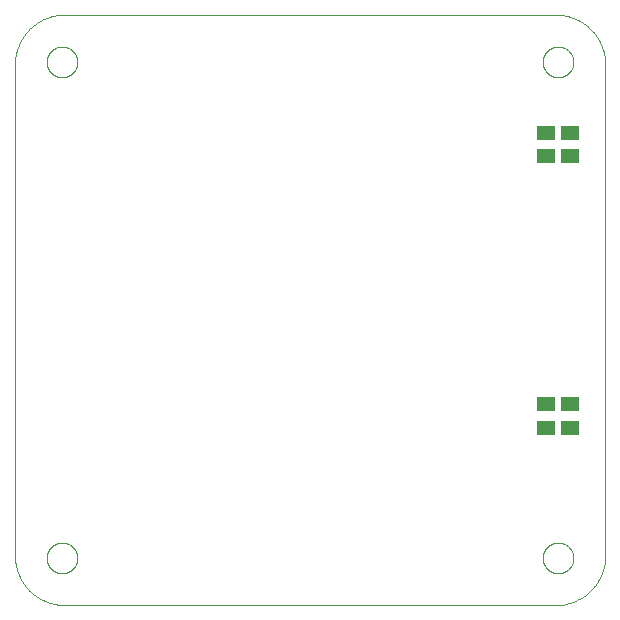
<source format=gbp>
G75*
%MOIN*%
%OFA0B0*%
%FSLAX25Y25*%
%IPPOS*%
%LPD*%
%AMOC8*
5,1,8,0,0,1.08239X$1,22.5*
%
%ADD10C,0.00000*%
%ADD11R,0.05906X0.05118*%
D10*
X0001000Y0017703D02*
X0001000Y0181147D01*
X0011630Y0182102D02*
X0011632Y0182245D01*
X0011638Y0182388D01*
X0011648Y0182530D01*
X0011662Y0182672D01*
X0011680Y0182814D01*
X0011702Y0182956D01*
X0011727Y0183096D01*
X0011757Y0183236D01*
X0011791Y0183375D01*
X0011828Y0183513D01*
X0011870Y0183650D01*
X0011915Y0183785D01*
X0011964Y0183919D01*
X0012016Y0184052D01*
X0012072Y0184184D01*
X0012132Y0184313D01*
X0012196Y0184441D01*
X0012263Y0184568D01*
X0012334Y0184692D01*
X0012408Y0184814D01*
X0012485Y0184934D01*
X0012566Y0185052D01*
X0012650Y0185168D01*
X0012737Y0185281D01*
X0012827Y0185392D01*
X0012921Y0185500D01*
X0013017Y0185606D01*
X0013116Y0185708D01*
X0013219Y0185808D01*
X0013323Y0185905D01*
X0013431Y0186000D01*
X0013541Y0186091D01*
X0013654Y0186179D01*
X0013769Y0186263D01*
X0013886Y0186345D01*
X0014006Y0186423D01*
X0014127Y0186498D01*
X0014251Y0186570D01*
X0014377Y0186638D01*
X0014504Y0186702D01*
X0014634Y0186763D01*
X0014765Y0186820D01*
X0014897Y0186874D01*
X0015031Y0186923D01*
X0015166Y0186970D01*
X0015303Y0187012D01*
X0015441Y0187050D01*
X0015579Y0187085D01*
X0015719Y0187115D01*
X0015859Y0187142D01*
X0016000Y0187165D01*
X0016142Y0187184D01*
X0016284Y0187199D01*
X0016427Y0187210D01*
X0016569Y0187217D01*
X0016712Y0187220D01*
X0016855Y0187219D01*
X0016998Y0187214D01*
X0017141Y0187205D01*
X0017283Y0187192D01*
X0017425Y0187175D01*
X0017566Y0187154D01*
X0017707Y0187129D01*
X0017847Y0187101D01*
X0017986Y0187068D01*
X0018124Y0187031D01*
X0018261Y0186991D01*
X0018397Y0186947D01*
X0018532Y0186899D01*
X0018665Y0186847D01*
X0018797Y0186792D01*
X0018927Y0186733D01*
X0019056Y0186670D01*
X0019182Y0186604D01*
X0019307Y0186534D01*
X0019430Y0186461D01*
X0019550Y0186385D01*
X0019669Y0186305D01*
X0019785Y0186221D01*
X0019899Y0186135D01*
X0020010Y0186045D01*
X0020119Y0185953D01*
X0020225Y0185857D01*
X0020329Y0185759D01*
X0020430Y0185657D01*
X0020527Y0185553D01*
X0020622Y0185446D01*
X0020714Y0185337D01*
X0020803Y0185225D01*
X0020889Y0185110D01*
X0020971Y0184994D01*
X0021050Y0184874D01*
X0021126Y0184753D01*
X0021198Y0184630D01*
X0021267Y0184505D01*
X0021332Y0184378D01*
X0021394Y0184249D01*
X0021452Y0184118D01*
X0021507Y0183986D01*
X0021557Y0183852D01*
X0021604Y0183717D01*
X0021648Y0183581D01*
X0021687Y0183444D01*
X0021722Y0183305D01*
X0021754Y0183166D01*
X0021782Y0183026D01*
X0021806Y0182885D01*
X0021826Y0182743D01*
X0021842Y0182601D01*
X0021854Y0182459D01*
X0021862Y0182316D01*
X0021866Y0182173D01*
X0021866Y0182031D01*
X0021862Y0181888D01*
X0021854Y0181745D01*
X0021842Y0181603D01*
X0021826Y0181461D01*
X0021806Y0181319D01*
X0021782Y0181178D01*
X0021754Y0181038D01*
X0021722Y0180899D01*
X0021687Y0180760D01*
X0021648Y0180623D01*
X0021604Y0180487D01*
X0021557Y0180352D01*
X0021507Y0180218D01*
X0021452Y0180086D01*
X0021394Y0179955D01*
X0021332Y0179826D01*
X0021267Y0179699D01*
X0021198Y0179574D01*
X0021126Y0179451D01*
X0021050Y0179330D01*
X0020971Y0179210D01*
X0020889Y0179094D01*
X0020803Y0178979D01*
X0020714Y0178867D01*
X0020622Y0178758D01*
X0020527Y0178651D01*
X0020430Y0178547D01*
X0020329Y0178445D01*
X0020225Y0178347D01*
X0020119Y0178251D01*
X0020010Y0178159D01*
X0019899Y0178069D01*
X0019785Y0177983D01*
X0019669Y0177899D01*
X0019550Y0177819D01*
X0019430Y0177743D01*
X0019307Y0177670D01*
X0019182Y0177600D01*
X0019056Y0177534D01*
X0018927Y0177471D01*
X0018797Y0177412D01*
X0018665Y0177357D01*
X0018532Y0177305D01*
X0018397Y0177257D01*
X0018261Y0177213D01*
X0018124Y0177173D01*
X0017986Y0177136D01*
X0017847Y0177103D01*
X0017707Y0177075D01*
X0017566Y0177050D01*
X0017425Y0177029D01*
X0017283Y0177012D01*
X0017141Y0176999D01*
X0016998Y0176990D01*
X0016855Y0176985D01*
X0016712Y0176984D01*
X0016569Y0176987D01*
X0016427Y0176994D01*
X0016284Y0177005D01*
X0016142Y0177020D01*
X0016000Y0177039D01*
X0015859Y0177062D01*
X0015719Y0177089D01*
X0015579Y0177119D01*
X0015441Y0177154D01*
X0015303Y0177192D01*
X0015166Y0177234D01*
X0015031Y0177281D01*
X0014897Y0177330D01*
X0014765Y0177384D01*
X0014634Y0177441D01*
X0014504Y0177502D01*
X0014377Y0177566D01*
X0014251Y0177634D01*
X0014127Y0177706D01*
X0014006Y0177781D01*
X0013886Y0177859D01*
X0013769Y0177941D01*
X0013654Y0178025D01*
X0013541Y0178113D01*
X0013431Y0178204D01*
X0013323Y0178299D01*
X0013219Y0178396D01*
X0013116Y0178496D01*
X0013017Y0178598D01*
X0012921Y0178704D01*
X0012827Y0178812D01*
X0012737Y0178923D01*
X0012650Y0179036D01*
X0012566Y0179152D01*
X0012485Y0179270D01*
X0012408Y0179390D01*
X0012334Y0179512D01*
X0012263Y0179636D01*
X0012196Y0179763D01*
X0012132Y0179891D01*
X0012072Y0180020D01*
X0012016Y0180152D01*
X0011964Y0180285D01*
X0011915Y0180419D01*
X0011870Y0180554D01*
X0011828Y0180691D01*
X0011791Y0180829D01*
X0011757Y0180968D01*
X0011727Y0181108D01*
X0011702Y0181248D01*
X0011680Y0181390D01*
X0011662Y0181532D01*
X0011648Y0181674D01*
X0011638Y0181816D01*
X0011632Y0181959D01*
X0011630Y0182102D01*
X0001000Y0181147D02*
X0001005Y0181557D01*
X0001020Y0181967D01*
X0001045Y0182376D01*
X0001080Y0182784D01*
X0001126Y0183192D01*
X0001181Y0183598D01*
X0001246Y0184003D01*
X0001321Y0184406D01*
X0001406Y0184807D01*
X0001501Y0185205D01*
X0001605Y0185602D01*
X0001719Y0185996D01*
X0001843Y0186386D01*
X0001976Y0186774D01*
X0002119Y0187158D01*
X0002271Y0187539D01*
X0002433Y0187916D01*
X0002604Y0188288D01*
X0002783Y0188657D01*
X0002972Y0189021D01*
X0003170Y0189380D01*
X0003376Y0189734D01*
X0003591Y0190083D01*
X0003815Y0190427D01*
X0004047Y0190765D01*
X0004287Y0191097D01*
X0004535Y0191423D01*
X0004791Y0191743D01*
X0005055Y0192057D01*
X0005327Y0192364D01*
X0005606Y0192664D01*
X0005892Y0192958D01*
X0006186Y0193244D01*
X0006486Y0193523D01*
X0006793Y0193795D01*
X0007107Y0194059D01*
X0007427Y0194315D01*
X0007753Y0194563D01*
X0008085Y0194803D01*
X0008423Y0195035D01*
X0008767Y0195259D01*
X0009116Y0195474D01*
X0009470Y0195680D01*
X0009829Y0195878D01*
X0010193Y0196067D01*
X0010562Y0196246D01*
X0010934Y0196417D01*
X0011311Y0196579D01*
X0011692Y0196731D01*
X0012076Y0196874D01*
X0012464Y0197007D01*
X0012854Y0197131D01*
X0013248Y0197245D01*
X0013645Y0197349D01*
X0014043Y0197444D01*
X0014444Y0197529D01*
X0014847Y0197604D01*
X0015252Y0197669D01*
X0015658Y0197724D01*
X0016066Y0197770D01*
X0016474Y0197805D01*
X0016883Y0197830D01*
X0017293Y0197845D01*
X0017703Y0197850D01*
X0181147Y0197850D01*
X0176984Y0182102D02*
X0176986Y0182245D01*
X0176992Y0182388D01*
X0177002Y0182530D01*
X0177016Y0182672D01*
X0177034Y0182814D01*
X0177056Y0182956D01*
X0177081Y0183096D01*
X0177111Y0183236D01*
X0177145Y0183375D01*
X0177182Y0183513D01*
X0177224Y0183650D01*
X0177269Y0183785D01*
X0177318Y0183919D01*
X0177370Y0184052D01*
X0177426Y0184184D01*
X0177486Y0184313D01*
X0177550Y0184441D01*
X0177617Y0184568D01*
X0177688Y0184692D01*
X0177762Y0184814D01*
X0177839Y0184934D01*
X0177920Y0185052D01*
X0178004Y0185168D01*
X0178091Y0185281D01*
X0178181Y0185392D01*
X0178275Y0185500D01*
X0178371Y0185606D01*
X0178470Y0185708D01*
X0178573Y0185808D01*
X0178677Y0185905D01*
X0178785Y0186000D01*
X0178895Y0186091D01*
X0179008Y0186179D01*
X0179123Y0186263D01*
X0179240Y0186345D01*
X0179360Y0186423D01*
X0179481Y0186498D01*
X0179605Y0186570D01*
X0179731Y0186638D01*
X0179858Y0186702D01*
X0179988Y0186763D01*
X0180119Y0186820D01*
X0180251Y0186874D01*
X0180385Y0186923D01*
X0180520Y0186970D01*
X0180657Y0187012D01*
X0180795Y0187050D01*
X0180933Y0187085D01*
X0181073Y0187115D01*
X0181213Y0187142D01*
X0181354Y0187165D01*
X0181496Y0187184D01*
X0181638Y0187199D01*
X0181781Y0187210D01*
X0181923Y0187217D01*
X0182066Y0187220D01*
X0182209Y0187219D01*
X0182352Y0187214D01*
X0182495Y0187205D01*
X0182637Y0187192D01*
X0182779Y0187175D01*
X0182920Y0187154D01*
X0183061Y0187129D01*
X0183201Y0187101D01*
X0183340Y0187068D01*
X0183478Y0187031D01*
X0183615Y0186991D01*
X0183751Y0186947D01*
X0183886Y0186899D01*
X0184019Y0186847D01*
X0184151Y0186792D01*
X0184281Y0186733D01*
X0184410Y0186670D01*
X0184536Y0186604D01*
X0184661Y0186534D01*
X0184784Y0186461D01*
X0184904Y0186385D01*
X0185023Y0186305D01*
X0185139Y0186221D01*
X0185253Y0186135D01*
X0185364Y0186045D01*
X0185473Y0185953D01*
X0185579Y0185857D01*
X0185683Y0185759D01*
X0185784Y0185657D01*
X0185881Y0185553D01*
X0185976Y0185446D01*
X0186068Y0185337D01*
X0186157Y0185225D01*
X0186243Y0185110D01*
X0186325Y0184994D01*
X0186404Y0184874D01*
X0186480Y0184753D01*
X0186552Y0184630D01*
X0186621Y0184505D01*
X0186686Y0184378D01*
X0186748Y0184249D01*
X0186806Y0184118D01*
X0186861Y0183986D01*
X0186911Y0183852D01*
X0186958Y0183717D01*
X0187002Y0183581D01*
X0187041Y0183444D01*
X0187076Y0183305D01*
X0187108Y0183166D01*
X0187136Y0183026D01*
X0187160Y0182885D01*
X0187180Y0182743D01*
X0187196Y0182601D01*
X0187208Y0182459D01*
X0187216Y0182316D01*
X0187220Y0182173D01*
X0187220Y0182031D01*
X0187216Y0181888D01*
X0187208Y0181745D01*
X0187196Y0181603D01*
X0187180Y0181461D01*
X0187160Y0181319D01*
X0187136Y0181178D01*
X0187108Y0181038D01*
X0187076Y0180899D01*
X0187041Y0180760D01*
X0187002Y0180623D01*
X0186958Y0180487D01*
X0186911Y0180352D01*
X0186861Y0180218D01*
X0186806Y0180086D01*
X0186748Y0179955D01*
X0186686Y0179826D01*
X0186621Y0179699D01*
X0186552Y0179574D01*
X0186480Y0179451D01*
X0186404Y0179330D01*
X0186325Y0179210D01*
X0186243Y0179094D01*
X0186157Y0178979D01*
X0186068Y0178867D01*
X0185976Y0178758D01*
X0185881Y0178651D01*
X0185784Y0178547D01*
X0185683Y0178445D01*
X0185579Y0178347D01*
X0185473Y0178251D01*
X0185364Y0178159D01*
X0185253Y0178069D01*
X0185139Y0177983D01*
X0185023Y0177899D01*
X0184904Y0177819D01*
X0184784Y0177743D01*
X0184661Y0177670D01*
X0184536Y0177600D01*
X0184410Y0177534D01*
X0184281Y0177471D01*
X0184151Y0177412D01*
X0184019Y0177357D01*
X0183886Y0177305D01*
X0183751Y0177257D01*
X0183615Y0177213D01*
X0183478Y0177173D01*
X0183340Y0177136D01*
X0183201Y0177103D01*
X0183061Y0177075D01*
X0182920Y0177050D01*
X0182779Y0177029D01*
X0182637Y0177012D01*
X0182495Y0176999D01*
X0182352Y0176990D01*
X0182209Y0176985D01*
X0182066Y0176984D01*
X0181923Y0176987D01*
X0181781Y0176994D01*
X0181638Y0177005D01*
X0181496Y0177020D01*
X0181354Y0177039D01*
X0181213Y0177062D01*
X0181073Y0177089D01*
X0180933Y0177119D01*
X0180795Y0177154D01*
X0180657Y0177192D01*
X0180520Y0177234D01*
X0180385Y0177281D01*
X0180251Y0177330D01*
X0180119Y0177384D01*
X0179988Y0177441D01*
X0179858Y0177502D01*
X0179731Y0177566D01*
X0179605Y0177634D01*
X0179481Y0177706D01*
X0179360Y0177781D01*
X0179240Y0177859D01*
X0179123Y0177941D01*
X0179008Y0178025D01*
X0178895Y0178113D01*
X0178785Y0178204D01*
X0178677Y0178299D01*
X0178573Y0178396D01*
X0178470Y0178496D01*
X0178371Y0178598D01*
X0178275Y0178704D01*
X0178181Y0178812D01*
X0178091Y0178923D01*
X0178004Y0179036D01*
X0177920Y0179152D01*
X0177839Y0179270D01*
X0177762Y0179390D01*
X0177688Y0179512D01*
X0177617Y0179636D01*
X0177550Y0179763D01*
X0177486Y0179891D01*
X0177426Y0180020D01*
X0177370Y0180152D01*
X0177318Y0180285D01*
X0177269Y0180419D01*
X0177224Y0180554D01*
X0177182Y0180691D01*
X0177145Y0180829D01*
X0177111Y0180968D01*
X0177081Y0181108D01*
X0177056Y0181248D01*
X0177034Y0181390D01*
X0177016Y0181532D01*
X0177002Y0181674D01*
X0176992Y0181816D01*
X0176986Y0181959D01*
X0176984Y0182102D01*
X0181147Y0197850D02*
X0181551Y0197845D01*
X0181954Y0197830D01*
X0182357Y0197806D01*
X0182759Y0197772D01*
X0183160Y0197728D01*
X0183560Y0197675D01*
X0183959Y0197612D01*
X0184356Y0197539D01*
X0184751Y0197456D01*
X0185144Y0197365D01*
X0185535Y0197263D01*
X0185923Y0197153D01*
X0186309Y0197032D01*
X0186691Y0196903D01*
X0187070Y0196765D01*
X0187446Y0196617D01*
X0187818Y0196460D01*
X0188186Y0196295D01*
X0188550Y0196120D01*
X0188909Y0195937D01*
X0189264Y0195745D01*
X0189615Y0195544D01*
X0189960Y0195336D01*
X0190300Y0195119D01*
X0190635Y0194893D01*
X0190965Y0194660D01*
X0191288Y0194419D01*
X0191606Y0194170D01*
X0191918Y0193913D01*
X0192223Y0193649D01*
X0192522Y0193378D01*
X0192814Y0193100D01*
X0193100Y0192814D01*
X0193378Y0192522D01*
X0193649Y0192223D01*
X0193913Y0191918D01*
X0194170Y0191606D01*
X0194419Y0191288D01*
X0194660Y0190965D01*
X0194893Y0190635D01*
X0195119Y0190300D01*
X0195336Y0189960D01*
X0195544Y0189615D01*
X0195745Y0189264D01*
X0195937Y0188909D01*
X0196120Y0188550D01*
X0196295Y0188186D01*
X0196460Y0187818D01*
X0196617Y0187446D01*
X0196765Y0187070D01*
X0196903Y0186691D01*
X0197032Y0186309D01*
X0197153Y0185923D01*
X0197263Y0185535D01*
X0197365Y0185144D01*
X0197456Y0184751D01*
X0197539Y0184356D01*
X0197612Y0183959D01*
X0197675Y0183560D01*
X0197728Y0183160D01*
X0197772Y0182759D01*
X0197806Y0182357D01*
X0197830Y0181954D01*
X0197845Y0181551D01*
X0197850Y0181147D01*
X0197850Y0017703D01*
X0176984Y0016748D02*
X0176986Y0016891D01*
X0176992Y0017034D01*
X0177002Y0017176D01*
X0177016Y0017318D01*
X0177034Y0017460D01*
X0177056Y0017602D01*
X0177081Y0017742D01*
X0177111Y0017882D01*
X0177145Y0018021D01*
X0177182Y0018159D01*
X0177224Y0018296D01*
X0177269Y0018431D01*
X0177318Y0018565D01*
X0177370Y0018698D01*
X0177426Y0018830D01*
X0177486Y0018959D01*
X0177550Y0019087D01*
X0177617Y0019214D01*
X0177688Y0019338D01*
X0177762Y0019460D01*
X0177839Y0019580D01*
X0177920Y0019698D01*
X0178004Y0019814D01*
X0178091Y0019927D01*
X0178181Y0020038D01*
X0178275Y0020146D01*
X0178371Y0020252D01*
X0178470Y0020354D01*
X0178573Y0020454D01*
X0178677Y0020551D01*
X0178785Y0020646D01*
X0178895Y0020737D01*
X0179008Y0020825D01*
X0179123Y0020909D01*
X0179240Y0020991D01*
X0179360Y0021069D01*
X0179481Y0021144D01*
X0179605Y0021216D01*
X0179731Y0021284D01*
X0179858Y0021348D01*
X0179988Y0021409D01*
X0180119Y0021466D01*
X0180251Y0021520D01*
X0180385Y0021569D01*
X0180520Y0021616D01*
X0180657Y0021658D01*
X0180795Y0021696D01*
X0180933Y0021731D01*
X0181073Y0021761D01*
X0181213Y0021788D01*
X0181354Y0021811D01*
X0181496Y0021830D01*
X0181638Y0021845D01*
X0181781Y0021856D01*
X0181923Y0021863D01*
X0182066Y0021866D01*
X0182209Y0021865D01*
X0182352Y0021860D01*
X0182495Y0021851D01*
X0182637Y0021838D01*
X0182779Y0021821D01*
X0182920Y0021800D01*
X0183061Y0021775D01*
X0183201Y0021747D01*
X0183340Y0021714D01*
X0183478Y0021677D01*
X0183615Y0021637D01*
X0183751Y0021593D01*
X0183886Y0021545D01*
X0184019Y0021493D01*
X0184151Y0021438D01*
X0184281Y0021379D01*
X0184410Y0021316D01*
X0184536Y0021250D01*
X0184661Y0021180D01*
X0184784Y0021107D01*
X0184904Y0021031D01*
X0185023Y0020951D01*
X0185139Y0020867D01*
X0185253Y0020781D01*
X0185364Y0020691D01*
X0185473Y0020599D01*
X0185579Y0020503D01*
X0185683Y0020405D01*
X0185784Y0020303D01*
X0185881Y0020199D01*
X0185976Y0020092D01*
X0186068Y0019983D01*
X0186157Y0019871D01*
X0186243Y0019756D01*
X0186325Y0019640D01*
X0186404Y0019520D01*
X0186480Y0019399D01*
X0186552Y0019276D01*
X0186621Y0019151D01*
X0186686Y0019024D01*
X0186748Y0018895D01*
X0186806Y0018764D01*
X0186861Y0018632D01*
X0186911Y0018498D01*
X0186958Y0018363D01*
X0187002Y0018227D01*
X0187041Y0018090D01*
X0187076Y0017951D01*
X0187108Y0017812D01*
X0187136Y0017672D01*
X0187160Y0017531D01*
X0187180Y0017389D01*
X0187196Y0017247D01*
X0187208Y0017105D01*
X0187216Y0016962D01*
X0187220Y0016819D01*
X0187220Y0016677D01*
X0187216Y0016534D01*
X0187208Y0016391D01*
X0187196Y0016249D01*
X0187180Y0016107D01*
X0187160Y0015965D01*
X0187136Y0015824D01*
X0187108Y0015684D01*
X0187076Y0015545D01*
X0187041Y0015406D01*
X0187002Y0015269D01*
X0186958Y0015133D01*
X0186911Y0014998D01*
X0186861Y0014864D01*
X0186806Y0014732D01*
X0186748Y0014601D01*
X0186686Y0014472D01*
X0186621Y0014345D01*
X0186552Y0014220D01*
X0186480Y0014097D01*
X0186404Y0013976D01*
X0186325Y0013856D01*
X0186243Y0013740D01*
X0186157Y0013625D01*
X0186068Y0013513D01*
X0185976Y0013404D01*
X0185881Y0013297D01*
X0185784Y0013193D01*
X0185683Y0013091D01*
X0185579Y0012993D01*
X0185473Y0012897D01*
X0185364Y0012805D01*
X0185253Y0012715D01*
X0185139Y0012629D01*
X0185023Y0012545D01*
X0184904Y0012465D01*
X0184784Y0012389D01*
X0184661Y0012316D01*
X0184536Y0012246D01*
X0184410Y0012180D01*
X0184281Y0012117D01*
X0184151Y0012058D01*
X0184019Y0012003D01*
X0183886Y0011951D01*
X0183751Y0011903D01*
X0183615Y0011859D01*
X0183478Y0011819D01*
X0183340Y0011782D01*
X0183201Y0011749D01*
X0183061Y0011721D01*
X0182920Y0011696D01*
X0182779Y0011675D01*
X0182637Y0011658D01*
X0182495Y0011645D01*
X0182352Y0011636D01*
X0182209Y0011631D01*
X0182066Y0011630D01*
X0181923Y0011633D01*
X0181781Y0011640D01*
X0181638Y0011651D01*
X0181496Y0011666D01*
X0181354Y0011685D01*
X0181213Y0011708D01*
X0181073Y0011735D01*
X0180933Y0011765D01*
X0180795Y0011800D01*
X0180657Y0011838D01*
X0180520Y0011880D01*
X0180385Y0011927D01*
X0180251Y0011976D01*
X0180119Y0012030D01*
X0179988Y0012087D01*
X0179858Y0012148D01*
X0179731Y0012212D01*
X0179605Y0012280D01*
X0179481Y0012352D01*
X0179360Y0012427D01*
X0179240Y0012505D01*
X0179123Y0012587D01*
X0179008Y0012671D01*
X0178895Y0012759D01*
X0178785Y0012850D01*
X0178677Y0012945D01*
X0178573Y0013042D01*
X0178470Y0013142D01*
X0178371Y0013244D01*
X0178275Y0013350D01*
X0178181Y0013458D01*
X0178091Y0013569D01*
X0178004Y0013682D01*
X0177920Y0013798D01*
X0177839Y0013916D01*
X0177762Y0014036D01*
X0177688Y0014158D01*
X0177617Y0014282D01*
X0177550Y0014409D01*
X0177486Y0014537D01*
X0177426Y0014666D01*
X0177370Y0014798D01*
X0177318Y0014931D01*
X0177269Y0015065D01*
X0177224Y0015200D01*
X0177182Y0015337D01*
X0177145Y0015475D01*
X0177111Y0015614D01*
X0177081Y0015754D01*
X0177056Y0015894D01*
X0177034Y0016036D01*
X0177016Y0016178D01*
X0177002Y0016320D01*
X0176992Y0016462D01*
X0176986Y0016605D01*
X0176984Y0016748D01*
X0181147Y0001000D02*
X0181551Y0001005D01*
X0181954Y0001020D01*
X0182357Y0001044D01*
X0182759Y0001078D01*
X0183160Y0001122D01*
X0183560Y0001175D01*
X0183959Y0001238D01*
X0184356Y0001311D01*
X0184751Y0001394D01*
X0185144Y0001485D01*
X0185535Y0001587D01*
X0185923Y0001697D01*
X0186309Y0001818D01*
X0186691Y0001947D01*
X0187070Y0002085D01*
X0187446Y0002233D01*
X0187818Y0002390D01*
X0188186Y0002555D01*
X0188550Y0002730D01*
X0188909Y0002913D01*
X0189264Y0003105D01*
X0189615Y0003306D01*
X0189960Y0003514D01*
X0190300Y0003731D01*
X0190635Y0003957D01*
X0190965Y0004190D01*
X0191288Y0004431D01*
X0191606Y0004680D01*
X0191918Y0004937D01*
X0192223Y0005201D01*
X0192522Y0005472D01*
X0192814Y0005750D01*
X0193100Y0006036D01*
X0193378Y0006328D01*
X0193649Y0006627D01*
X0193913Y0006932D01*
X0194170Y0007244D01*
X0194419Y0007562D01*
X0194660Y0007885D01*
X0194893Y0008215D01*
X0195119Y0008550D01*
X0195336Y0008890D01*
X0195544Y0009235D01*
X0195745Y0009586D01*
X0195937Y0009941D01*
X0196120Y0010300D01*
X0196295Y0010664D01*
X0196460Y0011032D01*
X0196617Y0011404D01*
X0196765Y0011780D01*
X0196903Y0012159D01*
X0197032Y0012541D01*
X0197153Y0012927D01*
X0197263Y0013315D01*
X0197365Y0013706D01*
X0197456Y0014099D01*
X0197539Y0014494D01*
X0197612Y0014891D01*
X0197675Y0015290D01*
X0197728Y0015690D01*
X0197772Y0016091D01*
X0197806Y0016493D01*
X0197830Y0016896D01*
X0197845Y0017299D01*
X0197850Y0017703D01*
X0181147Y0001000D02*
X0017703Y0001000D01*
X0011630Y0016748D02*
X0011632Y0016891D01*
X0011638Y0017034D01*
X0011648Y0017176D01*
X0011662Y0017318D01*
X0011680Y0017460D01*
X0011702Y0017602D01*
X0011727Y0017742D01*
X0011757Y0017882D01*
X0011791Y0018021D01*
X0011828Y0018159D01*
X0011870Y0018296D01*
X0011915Y0018431D01*
X0011964Y0018565D01*
X0012016Y0018698D01*
X0012072Y0018830D01*
X0012132Y0018959D01*
X0012196Y0019087D01*
X0012263Y0019214D01*
X0012334Y0019338D01*
X0012408Y0019460D01*
X0012485Y0019580D01*
X0012566Y0019698D01*
X0012650Y0019814D01*
X0012737Y0019927D01*
X0012827Y0020038D01*
X0012921Y0020146D01*
X0013017Y0020252D01*
X0013116Y0020354D01*
X0013219Y0020454D01*
X0013323Y0020551D01*
X0013431Y0020646D01*
X0013541Y0020737D01*
X0013654Y0020825D01*
X0013769Y0020909D01*
X0013886Y0020991D01*
X0014006Y0021069D01*
X0014127Y0021144D01*
X0014251Y0021216D01*
X0014377Y0021284D01*
X0014504Y0021348D01*
X0014634Y0021409D01*
X0014765Y0021466D01*
X0014897Y0021520D01*
X0015031Y0021569D01*
X0015166Y0021616D01*
X0015303Y0021658D01*
X0015441Y0021696D01*
X0015579Y0021731D01*
X0015719Y0021761D01*
X0015859Y0021788D01*
X0016000Y0021811D01*
X0016142Y0021830D01*
X0016284Y0021845D01*
X0016427Y0021856D01*
X0016569Y0021863D01*
X0016712Y0021866D01*
X0016855Y0021865D01*
X0016998Y0021860D01*
X0017141Y0021851D01*
X0017283Y0021838D01*
X0017425Y0021821D01*
X0017566Y0021800D01*
X0017707Y0021775D01*
X0017847Y0021747D01*
X0017986Y0021714D01*
X0018124Y0021677D01*
X0018261Y0021637D01*
X0018397Y0021593D01*
X0018532Y0021545D01*
X0018665Y0021493D01*
X0018797Y0021438D01*
X0018927Y0021379D01*
X0019056Y0021316D01*
X0019182Y0021250D01*
X0019307Y0021180D01*
X0019430Y0021107D01*
X0019550Y0021031D01*
X0019669Y0020951D01*
X0019785Y0020867D01*
X0019899Y0020781D01*
X0020010Y0020691D01*
X0020119Y0020599D01*
X0020225Y0020503D01*
X0020329Y0020405D01*
X0020430Y0020303D01*
X0020527Y0020199D01*
X0020622Y0020092D01*
X0020714Y0019983D01*
X0020803Y0019871D01*
X0020889Y0019756D01*
X0020971Y0019640D01*
X0021050Y0019520D01*
X0021126Y0019399D01*
X0021198Y0019276D01*
X0021267Y0019151D01*
X0021332Y0019024D01*
X0021394Y0018895D01*
X0021452Y0018764D01*
X0021507Y0018632D01*
X0021557Y0018498D01*
X0021604Y0018363D01*
X0021648Y0018227D01*
X0021687Y0018090D01*
X0021722Y0017951D01*
X0021754Y0017812D01*
X0021782Y0017672D01*
X0021806Y0017531D01*
X0021826Y0017389D01*
X0021842Y0017247D01*
X0021854Y0017105D01*
X0021862Y0016962D01*
X0021866Y0016819D01*
X0021866Y0016677D01*
X0021862Y0016534D01*
X0021854Y0016391D01*
X0021842Y0016249D01*
X0021826Y0016107D01*
X0021806Y0015965D01*
X0021782Y0015824D01*
X0021754Y0015684D01*
X0021722Y0015545D01*
X0021687Y0015406D01*
X0021648Y0015269D01*
X0021604Y0015133D01*
X0021557Y0014998D01*
X0021507Y0014864D01*
X0021452Y0014732D01*
X0021394Y0014601D01*
X0021332Y0014472D01*
X0021267Y0014345D01*
X0021198Y0014220D01*
X0021126Y0014097D01*
X0021050Y0013976D01*
X0020971Y0013856D01*
X0020889Y0013740D01*
X0020803Y0013625D01*
X0020714Y0013513D01*
X0020622Y0013404D01*
X0020527Y0013297D01*
X0020430Y0013193D01*
X0020329Y0013091D01*
X0020225Y0012993D01*
X0020119Y0012897D01*
X0020010Y0012805D01*
X0019899Y0012715D01*
X0019785Y0012629D01*
X0019669Y0012545D01*
X0019550Y0012465D01*
X0019430Y0012389D01*
X0019307Y0012316D01*
X0019182Y0012246D01*
X0019056Y0012180D01*
X0018927Y0012117D01*
X0018797Y0012058D01*
X0018665Y0012003D01*
X0018532Y0011951D01*
X0018397Y0011903D01*
X0018261Y0011859D01*
X0018124Y0011819D01*
X0017986Y0011782D01*
X0017847Y0011749D01*
X0017707Y0011721D01*
X0017566Y0011696D01*
X0017425Y0011675D01*
X0017283Y0011658D01*
X0017141Y0011645D01*
X0016998Y0011636D01*
X0016855Y0011631D01*
X0016712Y0011630D01*
X0016569Y0011633D01*
X0016427Y0011640D01*
X0016284Y0011651D01*
X0016142Y0011666D01*
X0016000Y0011685D01*
X0015859Y0011708D01*
X0015719Y0011735D01*
X0015579Y0011765D01*
X0015441Y0011800D01*
X0015303Y0011838D01*
X0015166Y0011880D01*
X0015031Y0011927D01*
X0014897Y0011976D01*
X0014765Y0012030D01*
X0014634Y0012087D01*
X0014504Y0012148D01*
X0014377Y0012212D01*
X0014251Y0012280D01*
X0014127Y0012352D01*
X0014006Y0012427D01*
X0013886Y0012505D01*
X0013769Y0012587D01*
X0013654Y0012671D01*
X0013541Y0012759D01*
X0013431Y0012850D01*
X0013323Y0012945D01*
X0013219Y0013042D01*
X0013116Y0013142D01*
X0013017Y0013244D01*
X0012921Y0013350D01*
X0012827Y0013458D01*
X0012737Y0013569D01*
X0012650Y0013682D01*
X0012566Y0013798D01*
X0012485Y0013916D01*
X0012408Y0014036D01*
X0012334Y0014158D01*
X0012263Y0014282D01*
X0012196Y0014409D01*
X0012132Y0014537D01*
X0012072Y0014666D01*
X0012016Y0014798D01*
X0011964Y0014931D01*
X0011915Y0015065D01*
X0011870Y0015200D01*
X0011828Y0015337D01*
X0011791Y0015475D01*
X0011757Y0015614D01*
X0011727Y0015754D01*
X0011702Y0015894D01*
X0011680Y0016036D01*
X0011662Y0016178D01*
X0011648Y0016320D01*
X0011638Y0016462D01*
X0011632Y0016605D01*
X0011630Y0016748D01*
X0001000Y0017703D02*
X0001005Y0017293D01*
X0001020Y0016883D01*
X0001045Y0016474D01*
X0001080Y0016066D01*
X0001126Y0015658D01*
X0001181Y0015252D01*
X0001246Y0014847D01*
X0001321Y0014444D01*
X0001406Y0014043D01*
X0001501Y0013645D01*
X0001605Y0013248D01*
X0001719Y0012854D01*
X0001843Y0012464D01*
X0001976Y0012076D01*
X0002119Y0011692D01*
X0002271Y0011311D01*
X0002433Y0010934D01*
X0002604Y0010562D01*
X0002783Y0010193D01*
X0002972Y0009829D01*
X0003170Y0009470D01*
X0003376Y0009116D01*
X0003591Y0008767D01*
X0003815Y0008423D01*
X0004047Y0008085D01*
X0004287Y0007753D01*
X0004535Y0007427D01*
X0004791Y0007107D01*
X0005055Y0006793D01*
X0005327Y0006486D01*
X0005606Y0006186D01*
X0005892Y0005892D01*
X0006186Y0005606D01*
X0006486Y0005327D01*
X0006793Y0005055D01*
X0007107Y0004791D01*
X0007427Y0004535D01*
X0007753Y0004287D01*
X0008085Y0004047D01*
X0008423Y0003815D01*
X0008767Y0003591D01*
X0009116Y0003376D01*
X0009470Y0003170D01*
X0009829Y0002972D01*
X0010193Y0002783D01*
X0010562Y0002604D01*
X0010934Y0002433D01*
X0011311Y0002271D01*
X0011692Y0002119D01*
X0012076Y0001976D01*
X0012464Y0001843D01*
X0012854Y0001719D01*
X0013248Y0001605D01*
X0013645Y0001501D01*
X0014043Y0001406D01*
X0014444Y0001321D01*
X0014847Y0001246D01*
X0015252Y0001181D01*
X0015658Y0001126D01*
X0016066Y0001080D01*
X0016474Y0001045D01*
X0016883Y0001020D01*
X0017293Y0001005D01*
X0017703Y0001000D01*
D11*
X0178165Y0060055D03*
X0178165Y0067929D03*
X0186039Y0067929D03*
X0186039Y0060055D03*
X0186039Y0150606D03*
X0178165Y0150606D03*
X0178165Y0158480D03*
X0186039Y0158480D03*
M02*

</source>
